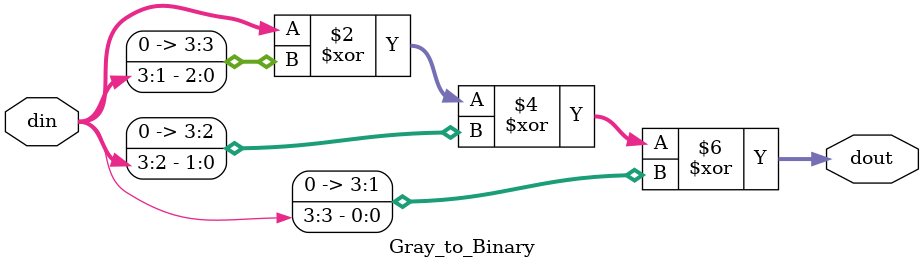
<source format=v>

module Gray_to_Binary (dout, din);

output [3:0] dout ;

input [3:0] din ;
/*
assign dout[3] = din[3];
assign dout[2] = din[3]^din[2];
assign dout[1] = din[3]^din[2]^din[1];
assign dout[0] = din[3]^din[2]^din[1]^din[0];
*/

//--simple solution--//
assign dout = din ^ (din >> 1) ^ (din >> 2) ^ (din >>3);

//--table--//
/*
always @(din) begin
	case (din)
	4'b0000: dout = 4'b0000;
	4'b0001: dout = 4'b0001;
	4'b0011: dout = 4'b0010;
	4'b0010: dout = 4'b0011;
	4'b0110: dout = 4'b0100;
	4'b0111: dout = 4'b0101;
	4'b0101: dout = 4'b0110;
	4'b0100: dout = 4'b0111;
	4'b1100: dout = 4'b1000;
	4'b1101: dout = 4'b1001;
	4'b1111: dout = 4'b1010;
	4'b1110: dout = 4'b1011;
	4'b1010: dout = 4'b1100;
	4'b1011: dout = 4'b1101;
	4'b1001: dout = 4'b1110;
	4'b1000: dout = 4'b1111;
end
*/
endmodule
</source>
